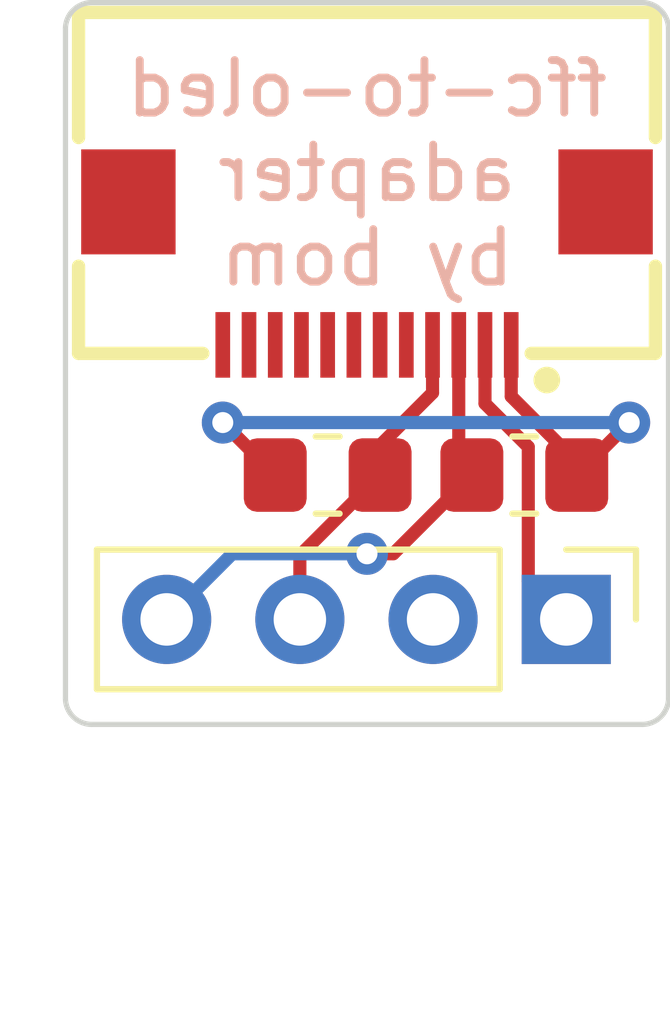
<source format=kicad_pcb>
(kicad_pcb (version 20211014) (generator pcbnew)
  (layers (0 "F.Cu" signal) (31 "B.Cu" signal) (34 "B.Paste" user) (35 "F.Paste" user) (36 "B.SilkS" user "B.Silkscreen") (37 "F.SilkS" user "F.Silkscreen") (38 "B.Mask" user) (39 "F.Mask" user) (44 "Edge.Cuts" user))
  (net 0 "")
  (net 1 "gnd")
  (net 2 "vcc")
  (net 3 "sck")
  (net 4 "sda")
  (footprint "Resistor_SMD:R_0805_2012Metric_Pad1.20x1.40mm_HandSolder" (layer "F.Cu") (at 111 96 180)
    (fp_text reference "R1" hide)
    (fp_text value "4k7")
    (fp_line (start -0.227064 0.735) (end 0.227064 0.735) (layer "F.SilkS") (width 0.12))
    (fp_line (start -0.227064 -0.735) (end 0.227064 -0.735) (layer "F.SilkS") (width 0.12))
    (pad "1" smd roundrect (at -1 0 180) (size 1.2 1.4) (layers "F.Cu" "F.Paste" "F.Mask") (roundrect_rratio 0.208333) (net 3 "sck"))
    (pad "2" smd roundrect (at 1 0 180) (size 1.2 1.4) (layers "F.Cu" "F.Paste" "F.Mask") (roundrect_rratio 0.208333) (net 2 "vcc"))
  )
  (footprint "Connector_PinHeader_2.54mm:PinHeader_1x04_P2.54mm_Vertical" (layer "F.Cu") (at 115.55 98.75 -90)
    (fp_text reference "J1" hide)
    (fp_text value "Conn_01x04_Female")
    (fp_line (start -1.33 -1.33) (end 0 -1.33) (layer "F.SilkS") (width 0.12))
    (fp_line (start -1.33 8.95) (end 1.33 8.95) (layer "F.SilkS") (width 0.12))
    (fp_line (start -1.33 0) (end -1.33 -1.33) (layer "F.SilkS") (width 0.12))
    (fp_line (start -1.33 1.27) (end -1.33 8.95) (layer "F.SilkS") (width 0.12))
    (fp_line (start 1.33 1.27) (end 1.33 8.95) (layer "F.SilkS") (width 0.12))
    (fp_line (start -1.33 1.27) (end 1.33 1.27) (layer "F.SilkS") (width 0.12))
    (pad "1" thru_hole rect (at 0 0 270) (size 1.7 1.7) (drill 1) (layers *.Cu *.Mask) (net 1 "gnd"))
    (pad "2" thru_hole oval (at 0 2.54 270) (size 1.7 1.7) (drill 1) (layers *.Cu *.Mask) (net 2 "vcc"))
    (pad "3" thru_hole oval (at 0 5.08 270) (size 1.7 1.7) (drill 1) (layers *.Cu *.Mask) (net 3 "sck"))
    (pad "4" thru_hole oval (at 0 7.62 270) (size 1.7 1.7) (drill 1) (layers *.Cu *.Mask) (net 4 "sda"))
  )
  (footprint "Resistor_SMD:R_0805_2012Metric_Pad1.20x1.40mm_HandSolder" (layer "F.Cu") (at 114.75 96)
    (fp_text reference "R2" hide)
    (fp_text value "4k7")
    (fp_line (start -0.227064 0.735) (end 0.227064 0.735) (layer "F.SilkS") (width 0.12))
    (fp_line (start -0.227064 -0.735) (end 0.227064 -0.735) (layer "F.SilkS") (width 0.12))
    (pad "1" smd roundrect (at -1 0) (size 1.2 1.4) (layers "F.Cu" "F.Paste" "F.Mask") (roundrect_rratio 0.208333) (net 4 "sda"))
    (pad "2" smd roundrect (at 1 0) (size 1.2 1.4) (layers "F.Cu" "F.Paste" "F.Mask") (roundrect_rratio 0.208333) (net 2 "vcc"))
  )
  (footprint "minimal-ffc-i2c:FPC-SMD_FPC05012-09200-.5mm-rev" (layer "F.Cu") (at 111.75 92.158 180)
    (fp_text reference "J2" hide)
    (fp_text value "Conn_01x12_Female" hide)
    (fp_line (start -5.5 4.971) (end -5.5 2.588) (layer "F.SilkS") (width 0.254))
    (fp_line (start 5.5 -1.524) (end 3.131 -1.524) (layer "F.SilkS") (width 0.254))
    (fp_line (start 5.5 4.971) (end 5.5 2.588) (layer "F.SilkS") (width 0.254))
    (fp_line (start -5.5 -1.524) (end -3.131 -1.524) (layer "F.SilkS") (width 0.254))
    (fp_line (start 5.5 0.137) (end 5.5 -1.524) (layer "F.SilkS") (width 0.254))
    (fp_line (start -5.5 0.137) (end -5.5 -1.524) (layer "F.SilkS") (width 0.254))
    (fp_line (start 5.5 4.971) (end -5.5 4.971) (layer "F.SilkS") (width 0.254))
    (fp_circle (center -3.429 -2.032) (end -3.302 -2.032) (layer "F.SilkS") (width 0.254) (fill none))
    (pad "1" smd rect (at -2.75 -1.362 180) (size 0.28 1.25) (layers "F.Cu" "F.Paste" "F.Mask") (net 2 "vcc"))
    (pad "2" smd rect (at -2.25 -1.362 180) (size 0.28 1.25) (layers "F.Cu" "F.Paste" "F.Mask") (net 1 "gnd"))
    (pad "3" smd rect (at -1.75 -1.362 180) (size 0.28 1.25) (layers "F.Cu" "F.Paste" "F.Mask") (net 4 "sda"))
    (pad "4" smd rect (at -1.25 -1.362 180) (size 0.28 1.25) (layers "F.Cu" "F.Paste" "F.Mask") (net 3 "sck"))
    (pad "5" smd rect (at -0.75 -1.362 180) (size 0.28 1.25) (layers "F.Cu" "F.Paste" "F.Mask"))
    (pad "6" smd rect (at -0.25 -1.362 180) (size 0.28 1.25) (layers "F.Cu" "F.Paste" "F.Mask"))
    (pad "7" smd rect (at 0.25 -1.362 180) (size 0.28 1.25) (layers "F.Cu" "F.Paste" "F.Mask"))
    (pad "8" smd rect (at 0.75 -1.362 180) (size 0.28 1.25) (layers "F.Cu" "F.Paste" "F.Mask"))
    (pad "9" smd rect (at 1.25 -1.362 180) (size 0.28 1.25) (layers "F.Cu" "F.Paste" "F.Mask"))
    (pad "10" smd rect (at 1.75 -1.362 180) (size 0.28 1.25) (layers "F.Cu" "F.Paste" "F.Mask"))
    (pad "11" smd rect (at 2.25 -1.362 180) (size 0.28 1.25) (layers "F.Cu" "F.Paste" "F.Mask"))
    (pad "12" smd rect (at 2.75 -1.362 180) (size 0.28 1.25) (layers "F.Cu" "F.Paste" "F.Mask"))
    (pad "13" smd rect (at 4.55 1.362 180) (size 1.8 2) (layers "F.Cu" "F.Paste" "F.Mask"))
    (pad "14" smd rect (at -4.55 1.362 180) (size 1.8 2) (layers "F.Cu" "F.Paste" "F.Mask"))
  )
  (gr_arc (start 117 87) (mid 117.353553 87.146447) (end 117.5 87.5) (layer "Edge.Cuts") (width 0.1))
  (gr_arc (start 106.5 100.75) (mid 106.146447 100.603553) (end 106 100.25) (layer "Edge.Cuts") (width 0.1))
  (gr_line (start 117.5 100.25) (end 117.5 87.5) (layer "Edge.Cuts") (width 0.1))
  (gr_arc (start 117.5 100.25) (mid 117.353553 100.603553) (end 117 100.75) (layer "Edge.Cuts") (width 0.1))
  (gr_line (start 117 87) (end 106.5 87) (layer "Edge.Cuts") (width 0.1))
  (gr_line (start 106.5 100.75) (end 117 100.75) (layer "Edge.Cuts") (width 0.1))
  (gr_line (start 106 87.5) (end 106 100.25) (layer "Edge.Cuts") (width 0.1))
  (gr_arc (start 106 87.5) (mid 106.146447 87.146447) (end 106.5 87) (layer "Edge.Cuts") (width 0.1))
  (gr_text "ffc-to-oled\nadapter\nby bom" (at 111.75 90.25) (layer "B.SilkS") (effects (font (size 1 1)) (justify mirror)))
  (segment (start 114.82548 98.02548) (end 115.55 98.75) (width 0.25) (layer "F.Cu") (net 1))
  (segment (start 114 93.52) (end 114 94.637507) (width 0.25) (layer "F.Cu") (net 1))
  (segment (start 114.82548 95.462987) (end 114.82548 98.02548) (width 0.25) (layer "F.Cu") (net 1))
  (segment (start 114 94.637507) (end 114.82548 95.462987) (width 0.25) (layer "F.Cu") (net 1))
  (segment (start 114.5 93.52) (end 114.5 94.501789) (width 0.25) (layer "F.Cu") (net 2))
  (segment (start 110 96) (end 109 95) (width 0.25) (layer "F.Cu") (net 2))
  (segment (start 116.75 95) (end 115.75 96) (width 0.25) (layer "F.Cu") (net 2))
  (segment (start 114.5 94.501789) (end 115.75 95.751789) (width 0.25) (layer "F.Cu") (net 2))
  (segment (start 115.75 95.751789) (end 115.75 96) (width 0.25) (layer "F.Cu") (net 2))
  (via (at 116.75 95) (size 0.8) (drill 0.4) (layers "F.Cu" "B.Cu") (net 2))
  (via (at 109 95) (size 0.8) (drill 0.4) (layers "F.Cu" "B.Cu") (net 2))
  (segment (start 109 95) (end 116.75 95) (width 0.25) (layer "B.Cu") (net 2))
  (segment (start 113 94.434022) (end 112 95.434022) (width 0.25) (layer "F.Cu") (net 3))
  (segment (start 112 96) (end 110.47 97.53) (width 0.25) (layer "F.Cu") (net 3))
  (segment (start 112 95.434022) (end 112 96) (width 0.25) (layer "F.Cu") (net 3))
  (segment (start 110.47 97.53) (end 110.47 98.75) (width 0.25) (layer "F.Cu") (net 3))
  (segment (start 113 93.52) (end 113 94.434022) (width 0.25) (layer "F.Cu") (net 3))
  (segment (start 113.75 96) (end 112.25 97.5) (width 0.25) (layer "F.Cu") (net 4))
  (segment (start 112.25 97.5) (end 111.75 97.5) (width 0.25) (layer "F.Cu") (net 4))
  (segment (start 113.5 95.75) (end 113.75 96) (width 0.25) (layer "F.Cu") (net 4))
  (segment (start 113.5 93.52) (end 113.5 95.75) (width 0.25) (layer "F.Cu") (net 4))
  (via (at 111.75 97.5) (size 0.8) (drill 0.4) (layers "F.Cu" "B.Cu") (net 4))
  (segment (start 111.75 97.5) (end 109.18 97.5) (width 0.25) (layer "B.Cu") (net 4))
  (segment (start 109.18 97.5) (end 107.93 98.75) (width 0.25) (layer "B.Cu") (net 4))
)
</source>
